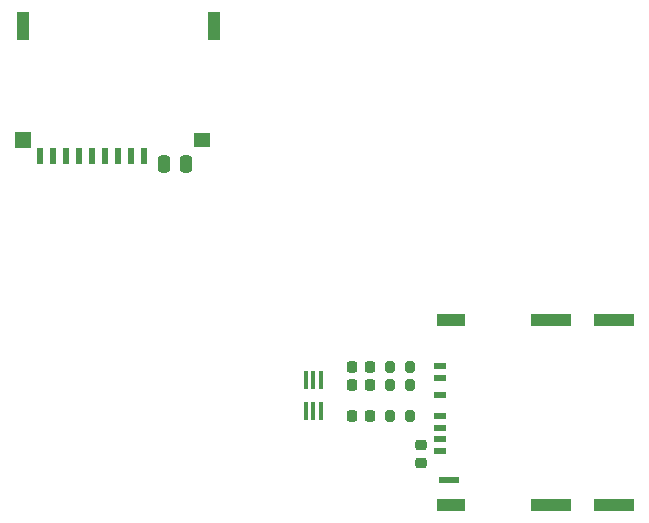
<source format=gbp>
G04 #@! TF.GenerationSoftware,KiCad,Pcbnew,(6.0.0)*
G04 #@! TF.CreationDate,2022-01-13T12:23:07+04:00*
G04 #@! TF.ProjectId,Gateway_STM32_ver_2_0,47617465-7761-4795-9f53-544d33325f76,rev?*
G04 #@! TF.SameCoordinates,Original*
G04 #@! TF.FileFunction,Paste,Bot*
G04 #@! TF.FilePolarity,Positive*
%FSLAX46Y46*%
G04 Gerber Fmt 4.6, Leading zero omitted, Abs format (unit mm)*
G04 Created by KiCad (PCBNEW (6.0.0)) date 2022-01-13 12:23:07*
%MOMM*%
%LPD*%
G01*
G04 APERTURE LIST*
G04 Aperture macros list*
%AMRoundRect*
0 Rectangle with rounded corners*
0 $1 Rounding radius*
0 $2 $3 $4 $5 $6 $7 $8 $9 X,Y pos of 4 corners*
0 Add a 4 corners polygon primitive as box body*
4,1,4,$2,$3,$4,$5,$6,$7,$8,$9,$2,$3,0*
0 Add four circle primitives for the rounded corners*
1,1,$1+$1,$2,$3*
1,1,$1+$1,$4,$5*
1,1,$1+$1,$6,$7*
1,1,$1+$1,$8,$9*
0 Add four rect primitives between the rounded corners*
20,1,$1+$1,$2,$3,$4,$5,0*
20,1,$1+$1,$4,$5,$6,$7,0*
20,1,$1+$1,$6,$7,$8,$9,0*
20,1,$1+$1,$8,$9,$2,$3,0*%
G04 Aperture macros list end*
%ADD10R,0.620000X1.400000*%
%ADD11R,1.100000X2.400000*%
%ADD12R,1.350000X1.270000*%
%ADD13R,1.350000X1.420000*%
%ADD14RoundRect,0.200000X-0.200000X-0.275000X0.200000X-0.275000X0.200000X0.275000X-0.200000X0.275000X0*%
%ADD15RoundRect,0.225000X0.225000X0.250000X-0.225000X0.250000X-0.225000X-0.250000X0.225000X-0.250000X0*%
%ADD16RoundRect,0.225000X-0.250000X0.225000X-0.250000X-0.225000X0.250000X-0.225000X0.250000X0.225000X0*%
%ADD17RoundRect,0.250000X0.250000X0.475000X-0.250000X0.475000X-0.250000X-0.475000X0.250000X-0.475000X0*%
%ADD18R,1.800000X0.500000*%
%ADD19R,1.000000X0.550000*%
%ADD20R,2.400000X1.000000*%
%ADD21R,3.400000X1.000000*%
%ADD22R,0.400000X1.500000*%
G04 APERTURE END LIST*
D10*
X97980000Y-85470000D03*
X96880000Y-85470000D03*
X95780000Y-85470000D03*
X94680000Y-85470000D03*
X93580000Y-85470000D03*
X92480000Y-85470000D03*
X91380000Y-85470000D03*
X90280000Y-85470000D03*
D11*
X87800000Y-74470000D03*
X103950000Y-74470000D03*
D12*
X102950000Y-84070000D03*
D13*
X87800000Y-84070000D03*
D10*
X89180000Y-85470000D03*
D14*
X118875000Y-107450000D03*
X120525000Y-107450000D03*
X118875000Y-103300000D03*
X120525000Y-103300000D03*
D15*
X117175000Y-103300000D03*
X115625000Y-103300000D03*
D16*
X121500000Y-109925000D03*
X121500000Y-111475000D03*
D17*
X101600000Y-86125000D03*
X99700000Y-86125000D03*
D14*
X118875000Y-104850000D03*
X120525000Y-104850000D03*
D18*
X123795000Y-112875000D03*
D19*
X123095000Y-105675000D03*
X123095000Y-104270000D03*
X123095000Y-108460000D03*
X123095000Y-110460000D03*
D20*
X123995000Y-99325000D03*
D21*
X137795000Y-114975000D03*
X132495000Y-114975000D03*
X137795000Y-99325000D03*
D20*
X123995000Y-114975000D03*
D21*
X132495000Y-99325000D03*
D19*
X123095000Y-103270000D03*
X123095000Y-107460000D03*
X123095000Y-109460000D03*
D15*
X117175000Y-104850000D03*
X115625000Y-104850000D03*
X117175000Y-107450000D03*
X115625000Y-107450000D03*
D22*
X113000000Y-107080000D03*
X112350000Y-107080000D03*
X111700000Y-107080000D03*
X111700000Y-104420000D03*
X112350000Y-104420000D03*
X113000000Y-104420000D03*
M02*

</source>
